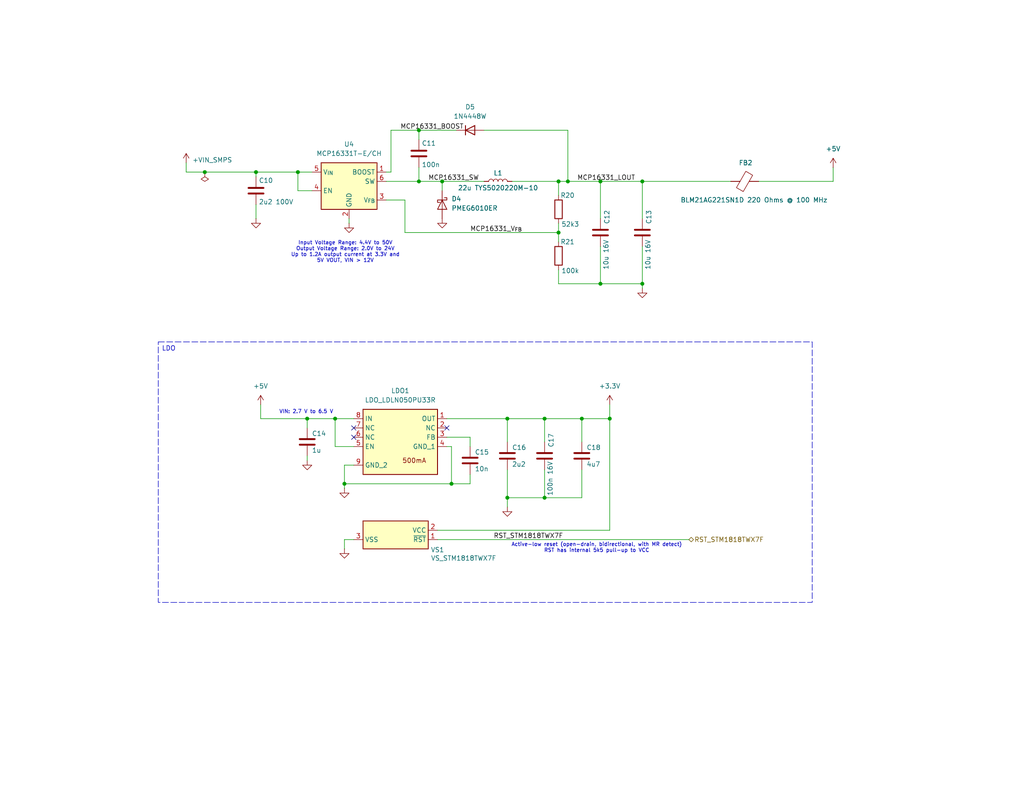
<source format=kicad_sch>
(kicad_sch (version 20231120) (generator "eeschema") (generator_version "8.0")
  (paper "USLetter")
  (title_block (title "USB-PD Board") (date "2025-12-03") (rev "B") (company "Peter Hancak"))
  (lib_symbols
    (symbol "Device:C" (pin_numbers hide) (pin_names (offset 0.254))
      (property "Reference" "C" (at 0.635 2.54 0))
      (property "Value" "C" (at 0.635 -2.54 0))
      (symbol "C_0_1"
        (polyline (pts (xy -2.032 -0.762) (xy 2.032 -0.762)) (stroke (width 0.508)))
        (polyline (pts (xy -2.032 0.762) (xy 2.032 0.762)) (stroke (width 0.508)))
      )
      (symbol "C_1_1"
        (pin passive line (at 0 3.81 270) (length 2.794) (name "~") (number "1"))
        (pin passive line (at 0 -3.81 90) (length 2.794) (name "~") (number "2"))
      )
    )
    (symbol "Device:FerriteBead" (pin_numbers hide) (pin_names (offset 0))
      (property "Reference" "FB" (at -3.81 0.635 90))
      (property "Value" "FerriteBead" (at 3.81 0 90))
      (symbol "FerriteBead_0_1"
        (polyline (pts (xy 0 -1.27) (xy 0 -1.2192)))
        (polyline (pts (xy 0 1.27) (xy 0 1.2954)))
        (polyline (pts (xy -2.7686 0.4064) (xy -1.7018 2.2606) (xy 2.7686 -0.3048) (xy 1.6764 -2.159) (xy -2.7686 0.4064)))
      )
      (symbol "FerriteBead_1_1"
        (pin passive line (at 0 3.81 270) (length 2.54) (name "~") (number "1"))
        (pin passive line (at 0 -3.81 90) (length 2.54) (name "~") (number "2"))
      )
    )
    (symbol "Device:L" (pin_numbers hide) (pin_names (offset 1.016) hide)
      (property "Reference" "L" (at -1.27 0 90))
      (property "Value" "L" (at 1.905 0 90))
      (symbol "L_0_1"
        (arc (start 0 -2.54) (mid 0.6323 -1.905) (end 0 -1.27))
        (arc (start 0 -1.27) (mid 0.6323 -0.635) (end 0 0))
        (arc (start 0 0) (mid 0.6323 0.635) (end 0 1.27))
        (arc (start 0 1.27) (mid 0.6323 1.905) (end 0 2.54))
      )
      (symbol "L_1_1"
        (pin passive line (at 0 3.81 270) (length 1.27) (name "1") (number "1"))
        (pin passive line (at 0 -3.81 90) (length 1.27) (name "2") (number "2"))
      )
    )
    (symbol "Device:R" (pin_numbers hide) (pin_names (offset 0))
      (property "Reference" "R" (at 2.032 0 90))
      (property "Value" "R" (at 0 0 90))
      (symbol "R_0_1"
        (rectangle (start -1.016 -2.54) (end 1.016 2.54) (stroke (width 0.254)))
      )
      (symbol "R_1_1"
        (pin passive line (at 0 3.81 270) (length 1.27) (name "~") (number "1"))
        (pin passive line (at 0 -3.81 90) (length 1.27) (name "~") (number "2"))
      )
    )
    (symbol "Diode:1N4448W" (pin_numbers hide) (pin_names hide)
      (property "Reference" "D" (at 0 2.54 0))
      (property "Value" "1N4448W" (at 0 -2.54 0))
      (symbol "1N4448W_0_1"
        (polyline (pts (xy -1.27 1.27) (xy -1.27 -1.27)) (stroke (width 0.254)))
        (polyline (pts (xy 1.27 0) (xy -1.27 0)))
        (polyline (pts (xy 1.27 1.27) (xy 1.27 -1.27) (xy -1.27 0) (xy 1.27 1.27)) (stroke (width 0.254)))
      )
      (symbol "1N4448W_1_1"
        (pin passive line (at -3.81 0 0) (length 2.54) (name "K") (number "1"))
        (pin passive line (at 3.81 0 180) (length 2.54) (name "A") (number "2"))
      )
    )
    (symbol "Diode:PMEG6010ER" (pin_numbers hide) (pin_names hide)
      (property "Reference" "D" (at 0 2.54 0))
      (property "Value" "PMEG6010ER" (at 0 -2.54 0))
      (symbol "PMEG6010ER_0_1"
        (polyline (pts (xy 1.27 0) (xy -1.27 0)))
        (polyline (pts (xy 1.27 1.27) (xy 1.27 -1.27) (xy -1.27 0) (xy 1.27 1.27)) (stroke (width 0.2032)))
        (polyline (pts (xy -1.905 0.635) (xy -1.905 1.27) (xy -1.27 1.27) (xy -1.27 -1.27) (xy -0.635 -1.27) (xy -0.635 -0.635)) (stroke (width 0.2032)))
      )
      (symbol "PMEG6010ER_1_1"
        (pin passive line (at -3.81 0 0) (length 2.54) (name "K") (number "1"))
        (pin passive line (at 3.81 0 180) (length 2.54) (name "A") (number "2"))
      )
    )
    (symbol "Personal_Projects:LDO_LDLN050PUR"
      (property "Reference" "LDO" (at 22.86 7.62 0))
      (property "Value" "LDO_LDLN050PUR" (at 22.86 5.08 0))
      (symbol "LDO_LDLN050PUR_1_1"
        (rectangle (start 2.54 2.54) (end 22.86 -15.24) (stroke (width 0.254)) (fill (type background)))
        (text "500mA" (at 8.89 -11.43 0) (effects (font (size 1.27 1.27))))
        (pin power_out line (at 0 0 0) (length 2.54) (name "OUT") (number "1"))
        (pin passive line (at 0 -2.54 0) (length 2.54) (name "NC") (number "2"))
        (pin passive line (at 0 -5.08 0) (length 2.54) (name "FB") (number "3"))
        (pin passive line (at 0 -7.62 0) (length 2.54) (name "GND_1") (number "4"))
        (pin passive line (at 25.4 -7.62 180) (length 2.54) (name "EN") (number "5"))
        (pin passive line (at 25.4 -5.08 180) (length 2.54) (name "NC") (number "6"))
        (pin passive line (at 25.4 -2.54 180) (length 2.54) (name "NC") (number "7"))
        (pin power_in line (at 25.4 0 180) (length 2.54) (name "IN") (number "8"))
        (pin passive line (at 25.4 -12.7 180) (length 2.54) (name "GND_2") (number "9"))
      )
    )
    (symbol "Personal_Projects:VS_STM1813LWX7F"
      (property "Reference" "VS" (at 20.32 7.62 0))
      (property "Value" "VS_STM1813LWX7F" (at 20.32 5.08 0))
      (symbol "VS_STM1813LWX7F_1_1"
        (rectangle (start 2.54 2.54) (end 20.32 -5.08) (stroke (width 0.254)) (fill (type background)))
        (pin passive line (at 0 0 0) (length 2.54) (name "~{RST}") (number "1"))
        (pin power_in line (at 0 -2.54 0) (length 2.54) (name "VCC") (number "2"))
        (pin power_in line (at 22.86 0 180) (length 2.54) (name "VSS") (number "3"))
      )
    )
    (symbol "Regulator_Switching:MCP16331x-xCH"
      (property "Reference" "U" (at -7.874 8.89 0))
      (property "Value" "MCP16331x-xCH" (at 0 8.89 0))
      (symbol "MCP16331x-xCH_0_1"
        (rectangle (start -7.62 7.62) (end 7.62 -5.08) (stroke (width 0.254)) (fill (type background)))
      )
      (symbol "MCP16331x-xCH_1_1"
        (pin input line (at 10.16 5.08 180) (length 2.54) (name "BOOST") (number "1"))
        (pin power_in line (at 0 -7.62 90) (length 2.54) (name "GND") (number "2"))
        (pin input line (at 10.16 -2.54 180) (length 2.54) (name "V_{FB}") (number "3"))
        (pin input line (at -10.16 0 0) (length 2.54) (name "EN") (number "4"))
        (pin power_in line (at -10.16 5.08 0) (length 2.54) (name "V_{IN}") (number "5"))
        (pin output line (at 10.16 2.54 180) (length 2.54) (name "SW") (number "6"))
      )
    )
    (symbol "power:+3.3V" (power) (pin_numbers hide) (pin_names (offset 0) hide)
      (property "Value" "+3.3V" (at 0 3.556 0))
      (symbol "+3.3V_0_1"
        (polyline (pts (xy -0.762 1.27) (xy 0 2.54)))
        (polyline (pts (xy 0 0) (xy 0 2.54)))
        (polyline (pts (xy 0 2.54) (xy 0.762 1.27)))
      )
      (symbol "+3.3V_1_1"
        (pin power_in line (at 0 0 90) (length 0) (name "~") (number "1"))
      )
    )
    (symbol "power:+5V" (power) (pin_numbers hide) (pin_names (offset 0) hide)
      (property "Value" "+5V" (at 0 3.556 0))
      (symbol "+5V_0_1"
        (polyline (pts (xy -0.762 1.27) (xy 0 2.54)))
        (polyline (pts (xy 0 0) (xy 0 2.54)))
        (polyline (pts (xy 0 2.54) (xy 0.762 1.27)))
      )
      (symbol "+5V_1_1"
        (pin power_in line (at 0 0 90) (length 0) (name "~") (number "1"))
      )
    )
    (symbol "power:GND" (power) (pin_numbers hide) (pin_names (offset 0) hide)
      (property "Value" "GND" (at 0 -3.81 0))
      (symbol "GND_0_1"
        (polyline (pts (xy 0 0) (xy 0 -1.27) (xy 1.27 -1.27) (xy 0 -2.54) (xy -1.27 -1.27) (xy 0 -1.27)))
      )
      (symbol "GND_1_1"
        (pin power_in line (at 0 0 270) (length 0) (name "~") (number "1"))
      )
    )
    (symbol "power:PWR_FLAG" (power) (pin_numbers hide) (pin_names (offset 0) hide)
      (property "Value" "PWR_FLAG" (at 0 3.81 0))
      (symbol "PWR_FLAG_0_0"
        (pin power_out line (at 0 0 90) (length 0) (name "~") (number "1"))
      )
      (symbol "PWR_FLAG_0_1"
        (polyline (pts (xy 0 0) (xy 0 1.27) (xy -1.016 1.905) (xy 0 2.54) (xy 1.016 1.905) (xy 0 1.27)))
      )
    )
  )
  (junction (at 123.19 132.08))
  (junction (at 154.94 49.53))
  (junction (at 163.83 49.53))
  (junction (at 175.26 77.47))
  (junction (at 152.4 49.53))
  (junction (at 138.43 135.89))
  (junction (at 166.37 114.3))
  (junction (at 152.4 63.5))
  (junction (at 114.3 35.56))
  (junction (at 148.59 135.89))
  (junction (at 158.75 114.3))
  (junction (at 138.43 114.3))
  (junction (at 163.83 77.47))
  (junction (at 120.65 49.53))
  (junction (at 83.82 114.3))
  (junction (at 114.3 49.53))
  (junction (at 81.28 46.99))
  (junction (at 69.85 46.99))
  (junction (at 148.59 114.3))
  (junction (at 93.98 132.08))
  (junction (at 55.88 46.99))
  (junction (at 91.44 114.3))
  (junction (at 175.26 49.53))
  (no_connect (at 121.92 116.84))
  (no_connect (at 96.52 119.38))
  (no_connect (at 96.52 116.84))
  (wire (pts (xy 121.92 119.38) (xy 128.27 119.38)))
  (wire (pts (xy 152.4 73.66) (xy 152.4 77.47)))
  (wire (pts (xy 55.88 46.99) (xy 69.85 46.99)))
  (wire (pts (xy 148.59 128.27) (xy 148.59 135.89)))
  (wire (pts (xy 154.94 35.56) (xy 154.94 49.53)))
  (wire (pts (xy 138.43 114.3) (xy 138.43 120.65)))
  (wire (pts (xy 175.26 77.47) (xy 175.26 67.31)))
  (wire (pts (xy 114.3 49.53) (xy 114.3 45.72)))
  (wire (pts (xy 96.52 121.92) (xy 91.44 121.92)))
  (wire (pts (xy 110.49 63.5) (xy 152.4 63.5)))
  (wire (pts (xy 227.33 45.72) (xy 227.33 49.53)))
  (wire (pts (xy 158.75 114.3) (xy 158.75 120.65)))
  (wire (pts (xy 93.98 147.32) (xy 96.52 147.32)))
  (wire (pts (xy 120.65 49.53) (xy 132.08 49.53)))
  (wire (pts (xy 83.82 114.3) (xy 91.44 114.3)))
  (wire (pts (xy 138.43 135.89) (xy 138.43 138.43)))
  (wire (pts (xy 166.37 110.49) (xy 166.37 114.3)))
  (wire (pts (xy 69.85 59.69) (xy 69.85 55.88)))
  (wire (pts (xy 69.85 46.99) (xy 81.28 46.99)))
  (wire (pts (xy 148.59 114.3) (xy 148.59 120.65)))
  (wire (pts (xy 128.27 121.92) (xy 128.27 119.38)))
  (wire (pts (xy 148.59 135.89) (xy 138.43 135.89)))
  (wire (pts (xy 106.68 35.56) (xy 114.3 35.56)))
  (wire (pts (xy 152.4 49.53) (xy 152.4 53.34)))
  (wire (pts (xy 93.98 132.08) (xy 93.98 133.35)))
  (wire (pts (xy 163.83 67.31) (xy 163.83 77.47)))
  (wire (pts (xy 163.83 59.69) (xy 163.83 49.53)))
  (wire (pts (xy 175.26 78.74) (xy 175.26 77.47)))
  (wire (pts (xy 139.7 49.53) (xy 152.4 49.53)))
  (wire (pts (xy 119.38 147.32) (xy 187.96 147.32)))
  (wire (pts (xy 121.92 114.3) (xy 138.43 114.3)))
  (wire (pts (xy 158.75 114.3) (xy 166.37 114.3)))
  (wire (pts (xy 95.25 60.96) (xy 95.25 59.69)))
  (wire (pts (xy 123.19 121.92) (xy 123.19 132.08)))
  (wire (pts (xy 121.92 121.92) (xy 123.19 121.92)))
  (wire (pts (xy 114.3 35.56) (xy 124.46 35.56)))
  (wire (pts (xy 110.49 63.5) (xy 110.49 54.61)))
  (wire (pts (xy 93.98 149.86) (xy 93.98 147.32)))
  (wire (pts (xy 114.3 49.53) (xy 120.65 49.53)))
  (wire (pts (xy 152.4 77.47) (xy 163.83 77.47)))
  (wire (pts (xy 158.75 128.27) (xy 158.75 135.89)))
  (wire (pts (xy 120.65 49.53) (xy 120.65 52.07)))
  (wire (pts (xy 175.26 59.69) (xy 175.26 49.53)))
  (wire (pts (xy 83.82 124.46) (xy 83.82 125.73)))
  (wire (pts (xy 158.75 135.89) (xy 148.59 135.89)))
  (wire (pts (xy 128.27 129.54) (xy 128.27 132.08)))
  (wire (pts (xy 166.37 144.78) (xy 166.37 114.3)))
  (wire (pts (xy 81.28 46.99) (xy 85.09 46.99)))
  (wire (pts (xy 106.68 35.56) (xy 106.68 46.99)))
  (wire (pts (xy 138.43 114.3) (xy 148.59 114.3)))
  (wire (pts (xy 119.38 144.78) (xy 166.37 144.78)))
  (wire (pts (xy 152.4 49.53) (xy 154.94 49.53)))
  (wire (pts (xy 152.4 60.96) (xy 152.4 63.5)))
  (wire (pts (xy 105.41 49.53) (xy 114.3 49.53)))
  (wire (pts (xy 83.82 114.3) (xy 83.82 116.84)))
  (wire (pts (xy 175.26 49.53) (xy 163.83 49.53)))
  (wire (pts (xy 50.8 46.99) (xy 55.88 46.99)))
  (wire (pts (xy 50.8 44.45) (xy 50.8 46.99)))
  (wire (pts (xy 85.09 52.07) (xy 81.28 52.07)))
  (wire (pts (xy 96.52 127) (xy 93.98 127)))
  (wire (pts (xy 81.28 52.07) (xy 81.28 46.99)))
  (wire (pts (xy 148.59 114.3) (xy 158.75 114.3)))
  (wire (pts (xy 154.94 49.53) (xy 163.83 49.53)))
  (wire (pts (xy 91.44 114.3) (xy 96.52 114.3)))
  (wire (pts (xy 128.27 132.08) (xy 123.19 132.08)))
  (wire (pts (xy 123.19 132.08) (xy 93.98 132.08)))
  (wire (pts (xy 207.01 49.53) (xy 227.33 49.53)))
  (wire (pts (xy 114.3 35.56) (xy 114.3 38.1)))
  (wire (pts (xy 91.44 121.92) (xy 91.44 114.3)))
  (wire (pts (xy 152.4 63.5) (xy 152.4 66.04)))
  (wire (pts (xy 106.68 46.99) (xy 105.41 46.99)))
  (wire (pts (xy 71.12 110.49) (xy 71.12 114.3)))
  (wire (pts (xy 93.98 127) (xy 93.98 132.08)))
  (wire (pts (xy 69.85 48.26) (xy 69.85 46.99)))
  (wire (pts (xy 71.12 114.3) (xy 83.82 114.3)))
  (wire (pts (xy 175.26 49.53) (xy 199.39 49.53)))
  (wire (pts (xy 138.43 128.27) (xy 138.43 135.89)))
  (wire (pts (xy 163.83 77.47) (xy 175.26 77.47)))
  (wire (pts (xy 105.41 54.61) (xy 110.49 54.61)))
  (wire (pts (xy 132.08 35.56) (xy 154.94 35.56)))
  (text_box "LDO" (at 43.18 93.345 0) (size 178.435 71.12) (stroke (width 0) (type dash)) (effects (font (size 1.27 1.27)) (justify left top)))
  (text_box "RESET\n- The RAA489118 \n- MCP22301T-2I/KYX \n  - ATSAMD20E RESET pin itself has an internal pull-up resistor, hence it is optional to add any external pull-up resistor.\n  - MCP22350 Has inner pull-up\n- STM32L100C6U6A The NRST pin input driver uses CMOS technology. It is connected to a permanent pull-up resistor,\n- STM1818TWX7F voltage supervisor has own pull up 5k5\n- BQ41Z50RSNT to reset power cycle\n" (at 307.975 151.13 0) (size 93.345 39.37) (stroke (width 0) (type dash)) (effects (font (size 1 1)) (justify left top)))
  (text "Active-low reset (open-drain, bidirectional, with MR detect)\nRST has internal 5k5 pull-up to VCC" (at 162.814 149.606 0) (effects (font (size 1 1))))
  (text "Input Voltage Range: 4.4V to 50V\nOutput Voltage Range: 2.0V to 24V\nUp to 1.2A output current at 3.3V and\n5V VOUT, VIN > 12V" (at 94.234 68.834 0) (effects (font (size 1 1))))
  (text "VIN: 2.7 V to 6.5 V" (at 83.566 112.522 0) (effects (font (size 1 1))))
  (label "MCP16331_LOUT" (at 157.48 49.53 0))
  (label "MCP16331_V_{FB}" (at 128.27 63.5 0))
  (label "RST_STM1818TWX7F" (at 153.67 147.32 180))
  (label "MCP16331_BOOST" (at 109.22 35.56 0))
  (label "MCP16331_SW" (at 116.84 49.53 0))
  (hierarchical_label "RST_STM1818TWX7F" (shape bidirectional) (at 187.96 147.32 0))
  (symbol (lib_id "power:GND") (at 93.98 133.35 0) (unit 1)
    (property "Reference" "#PWR045" (effects (hide yes)))
    (property "Value" "GND" (effects (hide yes)))
    (property "Description" "Power symbol creates a global label with name \"GND\" , ground" (effects (hide yes)))
  )
  (symbol (lib_id "Device:C") (at 158.75 124.46 0) (unit 1)
    (property "Reference" "C18" (at 160.02 122.174 0) (effects (justify left)))
    (property "Value" "4u7" (at 160.02 126.746 0) (effects (justify left)))
    (property "Footprint" "Capacitor_SMD:C_0805_2012Metric" (effects (hide yes)))
    (property "Description" "Unpolarized capacitor" (effects (hide yes)))
  )
  (symbol (lib_id "power:GND") (at 120.65 59.69 0) (unit 1)
    (property "Reference" "#PWR037" (effects (hide yes)))
    (property "Value" "GND" (effects (hide yes)))
    (property "Description" "Power symbol creates a global label with name \"GND\" , ground" (effects (hide yes)))
  )
  (symbol (lib_id "Regulator_Switching:MCP16331x-xCH") (at 95.25 52.07 0) (unit 1)
    (property "Reference" "U4" (at 95.25 39.37 0))
    (property "Value" "MCP16331T-E/CH" (at 95.25 41.91 0))
    (property "Footprint" "Package_TO_SOT_SMD:SOT-23-6" (effects (hide yes)))
    (property "Datasheet" "http://ww1.microchip.com/downloads/en/DeviceDoc/20005308C.pdf" (effects (hide yes)))
    (property "Description" "High-Voltage Input Integrated Switch Step-Down Regulator, VDD +4.4V to 50V, Out +2.0V to +24V, SOT-23" (effects (hide yes)))
  )
  (symbol (lib_id "Device:C") (at 148.59 124.46 0) (unit 1)
    (property "Reference" "C17" (at 150.368 122.174 90) (effects (justify left)))
    (property "Value" "100n 16V" (at 150.114 135.382 90) (effects (justify left)))
    (property "Footprint" "Capacitor_SMD:C_0805_2012Metric" (effects (hide yes)))
    (property "Description" "Unpolarized capacitor" (effects (hide yes)))
  )
  (symbol (lib_id "Diode:PMEG6010ER") (at 120.65 55.88 270) (unit 1)
    (property "Reference" "D4" (at 123.19 54.2924 90) (effects (justify left)))
    (property "Value" "PMEG6010ER" (at 123.19 56.8324 90) (effects (justify left)))
    (property "Footprint" "Diode_SMD:Nexperia_CFP3_SOD-123W" (effects (hide yes)))
    (property "Datasheet" "https://assets.nexperia.com/documents/data-sheet/PMEG6010ER.pdf" (effects (hide yes)))
    (property "Description" "60V, 1A low Vf MEGA Schottky barrier rectifier, SOD-123W" (effects (hide yes)))
  )
  (symbol (lib_id "Device:C") (at 69.85 52.07 0) (unit 1)
    (property "Reference" "C10" (at 70.612 49.276 0) (effects (justify left)))
    (property "Value" "2u2 100V" (at 70.612 55.118 0) (effects (justify left)))
    (property "Footprint" "Capacitor_SMD:C_0805_2012Metric" (effects (hide yes)))
    (property "Description" "Unpolarized capacitor" (effects (hide yes)))
  )
  (symbol (lib_id "Device:C") (at 114.3 41.91 0) (unit 1)
    (property "Reference" "C11" (at 115.062 39.116 0) (effects (justify left)))
    (property "Value" "100n" (at 115.062 44.958 0) (effects (justify left)))
    (property "Footprint" "Capacitor_SMD:C_0805_2012Metric" (effects (hide yes)))
    (property "Description" "Unpolarized capacitor" (effects (hide yes)))
  )
  (symbol (lib_id "power:GND") (at 95.25 60.96 0) (unit 1)
    (property "Reference" "#PWR036" (effects (hide yes)))
    (property "Value" "GND" (effects (hide yes)))
    (property "Description" "Power symbol creates a global label with name \"GND\" , ground" (effects (hide yes)))
  )
  (symbol (lib_id "power:GND") (at 83.82 125.73 0) (unit 1)
    (property "Reference" "#PWR044" (effects (hide yes)))
    (property "Value" "GND" (effects (hide yes)))
    (property "Description" "Power symbol creates a global label with name \"GND\" , ground" (effects (hide yes)))
  )
  (symbol (lib_id "power:GND") (at 138.43 138.43 0) (unit 1)
    (property "Reference" "#PWR048" (effects (hide yes)))
    (property "Value" "GND" (effects (hide yes)))
    (property "Description" "Power symbol creates a global label with name \"GND\" , ground" (effects (hide yes)))
  )
  (symbol (lib_id "power:PWR_FLAG") (at 55.88 46.99 180) (unit 1)
    (property "Reference" "#FLG05" (effects (hide yes)))
    (property "Value" "PWR_FLAG" (effects (hide yes)))
    (property "Description" "Special symbol for telling ERC where power comes from" (effects (hide yes)))
  )
  (symbol (lib_id "Device:C") (at 83.82 120.65 0) (unit 1)
    (property "Reference" "C14" (at 85.09 118.364 0) (effects (justify left)))
    (property "Value" "1u" (at 85.09 122.936 0) (effects (justify left)))
    (property "Footprint" "Capacitor_SMD:C_0805_2012Metric" (effects (hide yes)))
    (property "Description" "Unpolarized capacitor" (effects (hide yes)))
  )
  (symbol (lib_id "Device:C") (at 163.83 63.5 0) (unit 1)
    (property "Reference" "C12" (at 165.608 61.214 90) (effects (justify left)))
    (property "Value" "10u 16V" (at 165.354 73.66 90) (effects (justify left)))
    (property "Footprint" "Capacitor_SMD:C_0805_2012Metric" (effects (hide yes)))
    (property "Description" "Unpolarized capacitor" (effects (hide yes)))
  )
  (symbol (lib_id "Device:FerriteBead") (at 203.2 49.53 90) (unit 1)
    (property "Reference" "FB2" (at 203.454 44.45 90))
    (property "Value" "BLM21AG221SN1D 220 Ohms @ 100 MHz" (at 205.74 54.61 90))
    (property "Footprint" "Capacitor_SMD:C_0805_2012Metric" (effects (hide yes)))
    (property "Description" "Ferrite bead" (effects (hide yes)))
  )
  (symbol (lib_id "Personal_Projects:LDO_LDLN050PUR") (at 121.92 114.3 0) (mirror y) (unit 1)
    (property "Reference" "LDO1" (at 109.22 106.68 0))
    (property "Value" "LDO_LDLN050PU33R" (at 109.22 109.22 0))
    (property "Footprint" "Package_DFN_QFN:DFN-8-1EP_3x3mm_P0.65mm_EP1.7x2.05mm" (effects (hide yes)))
    (property "Datasheet" "https://componentsearchengine.com/Datasheets/1/LD39200DPUR.pdf" (effects (hide yes)))
    (property "Description" "LDO Voltage Regulators Linear Voltage Regulators & Vref" (effects (hide yes)))
    (property "Height" "1" (effects (hide yes)))
    (property "Manufacturer_Name" "STMicroelectronics" (effects (hide yes)))
    (property "Manufacturer_Part_Number" "LD39200DPUR" (effects (hide yes)))
    (property "Mouser Part Number" "511-LD39200DPUR" (effects (hide yes)))
    (property "Mouser Price/Stock" "https://www.mouser.co.uk/ProductDetail/STMicroelectronics/LD39200DPUR?qs=BNh1ct5PoGR12uqpHRZU9g%3D%3D" (effects (hide yes)))
    (property "Arrow Part Number" "LD39200DPUR" (effects (hide yes)))
    (property "Arrow Price/Stock" "https://www.arrow.com/en/products/ld39200dpur/stmicroelectronics?utm_currency=USD&region=nac" (effects (hide yes)))
  )
  (symbol (lib_id "Device:L") (at 135.89 49.53 90) (unit 1)
    (property "Reference" "L1" (at 135.89 47.244 90))
    (property "Value" "22u TYS5020220M-10" (at 135.89 51.308 90))
    (property "Footprint" "Inductor_SMD:L_Changjiang_FNR5020S" (effects (hide yes)))
    (property "Description" "Inductor" (effects (hide yes)))
  )
  (symbol (lib_id "power:+3.3V") (at 166.37 110.49 0) (mirror y) (unit 1)
    (property "Reference" "#PWR050" (effects (hide yes)))
    (property "Value" "+3.3V" (at 166.37 105.41 0))
    (property "Description" "Power symbol creates a global label with name \"+3.3V\"" (effects (hide yes)))
  )
  (symbol (lib_id "Personal_Projects:VS_STM1813LWX7F") (at 119.38 147.32 180) (unit 1)
    (property "Reference" "VS1" (at 119.38 150.114 0))
    (property "Value" "VS_STM1818TWX7F" (at 126.492 152.4 0))
    (property "Footprint" "Personal_Project:SOT-23-3_SOT103P237X112-3N" (effects (hide yes)))
    (property "Datasheet" "https://componentsearchengine.com/Datasheets/1/STM1813LWX7F.pdf" (effects (hide yes)))
    (property "Description" "STM1813LWX7F, Reset Monitor 3 V, 3.3 V, 5 V Active Low, Open Drain, reset 3-Pin SOT-23" (effects (hide yes)))
    (property "Height" "1.12" (effects (hide yes)))
    (property "Mouser Part Number" "511-STM1813LWX7F" (effects (hide yes)))
    (property "Manufacturer_Name" "STMicroelectronics" (effects (hide yes)))
    (property "Manufacturer_Part_Number" "STM1813LWX7F" (effects (hide yes)))
  )
  (symbol (lib_id "Device:C") (at 138.43 124.46 0) (unit 1)
    (property "Reference" "C16" (at 139.7 122.174 0) (effects (justify left)))
    (property "Value" "2u2" (at 139.7 126.746 0) (effects (justify left)))
    (property "Footprint" "Capacitor_SMD:C_0805_2012Metric" (effects (hide yes)))
    (property "Description" "Unpolarized capacitor" (effects (hide yes)))
  )
  (symbol (lib_id "Device:R") (at 152.4 69.85 0) (unit 1)
    (property "Reference" "R21" (at 152.908 66.04 0) (effects (justify left)))
    (property "Value" "100k" (at 153.162 73.914 0) (effects (justify left)))
    (property "Footprint" "Resistor_SMD:R_1206_3216Metric" (effects (hide yes)))
    (property "Description" "Resistor" (effects (hide yes)))
  )
  (symbol (lib_id "Device:R") (at 152.4 57.15 0) (unit 1)
    (property "Reference" "R20" (at 152.908 53.34 0) (effects (justify left)))
    (property "Value" "52k3" (at 153.162 61.214 0) (effects (justify left)))
    (property "Footprint" "Resistor_SMD:R_1206_3216Metric" (effects (hide yes)))
    (property "Description" "Resistor" (effects (hide yes)))
  )
  (symbol (lib_id "power:+3.3V") (at 50.8 44.45 0) (unit 1)
    (property "Reference" "#PWR011" (effects (hide yes)))
    (property "Value" "+VIN_SMPS" (at 57.912 43.688 0))
    (property "Description" "Power symbol creates a global label with name \"+3.3V\"" (effects (hide yes)))
  )
  (symbol (lib_id "Device:C") (at 128.27 125.73 0) (unit 1)
    (property "Reference" "C15" (at 129.54 123.444 0) (effects (justify left)))
    (property "Value" "10n" (at 129.54 128.016 0) (effects (justify left)))
    (property "Footprint" "Capacitor_SMD:C_0805_2012Metric" (effects (hide yes)))
    (property "Description" "Unpolarized capacitor" (effects (hide yes)))
  )
  (symbol (lib_id "power:GND") (at 69.85 59.69 0) (unit 1)
    (property "Reference" "#PWR035" (effects (hide yes)))
    (property "Value" "GND" (effects (hide yes)))
    (property "Description" "Power symbol creates a global label with name \"GND\" , ground" (effects (hide yes)))
  )
  (symbol (lib_id "Device:C") (at 175.26 63.5 0) (unit 1)
    (property "Reference" "C13" (at 177.038 61.214 90) (effects (justify left)))
    (property "Value" "10u 16V" (at 176.784 73.66 90) (effects (justify left)))
    (property "Footprint" "Capacitor_SMD:C_0805_2012Metric" (effects (hide yes)))
    (property "Description" "Unpolarized capacitor" (effects (hide yes)))
  )
  (symbol (lib_id "power:+5V") (at 71.12 110.49 0) (unit 1)
    (property "Reference" "#PWR043" (effects (hide yes)))
    (property "Value" "+5V" (at 71.12 105.41 0))
    (property "Description" "Power symbol creates a global label with name \"+5V\"" (effects (hide yes)))
  )
  (symbol (lib_id "power:+5V") (at 227.33 45.72 0) (unit 1)
    (property "Reference" "#PWR042" (effects (hide yes)))
    (property "Value" "+5V" (at 227.33 40.64 0))
    (property "Description" "Power symbol creates a global label with name \"+5V\"" (effects (hide yes)))
  )
  (symbol (lib_id "power:GND") (at 93.98 149.86 0) (unit 1)
    (property "Reference" "#PWR046" (effects (hide yes)))
    (property "Value" "GND" (effects (hide yes)))
    (property "Description" "Power symbol creates a global label with name \"GND\" , ground" (effects (hide yes)))
  )
  (symbol (lib_id "power:GND") (at 175.26 78.74 0) (unit 1)
    (property "Reference" "#PWR041" (effects (hide yes)))
    (property "Value" "GND" (effects (hide yes)))
    (property "Description" "Power symbol creates a global label with name \"GND\" , ground" (effects (hide yes)))
  )
  (symbol (lib_id "Diode:1N4448W") (at 128.27 35.56 0) (unit 1)
    (property "Reference" "D5" (at 128.27 29.21 0))
    (property "Value" "1N4448W" (at 128.27 31.75 0))
    (property "Footprint" "Diode_SMD:D_SOD-123" (effects (hide yes)))
    (property "Datasheet" "https://www.vishay.com/docs/85722/1n4448w.pdf" (effects (hide yes)))
    (property "Description" "100V 0.15A High-speed standard diode, SOD-123" (effects (hide yes)))
    (property "Sim.Device" "D" (effects (hide yes)))
    (property "Sim.Pins" "1=K 2=A" (effects (hide yes)))
  )
)
</source>
